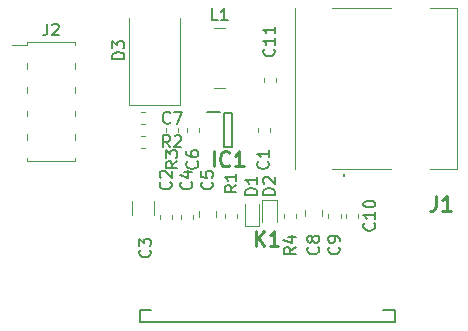
<source format=gbr>
%TF.GenerationSoftware,KiCad,Pcbnew,(5.1.6)-1*%
%TF.CreationDate,2020-12-26T20:27:22+01:00*%
%TF.ProjectId,ScreenBoard,53637265-656e-4426-9f61-72642e6b6963,rev?*%
%TF.SameCoordinates,Original*%
%TF.FileFunction,Legend,Top*%
%TF.FilePolarity,Positive*%
%FSLAX46Y46*%
G04 Gerber Fmt 4.6, Leading zero omitted, Abs format (unit mm)*
G04 Created by KiCad (PCBNEW (5.1.6)-1) date 2020-12-26 20:27:22*
%MOMM*%
%LPD*%
G01*
G04 APERTURE LIST*
%ADD10C,0.120000*%
%ADD11C,0.200000*%
%ADD12C,0.100000*%
%ADD13C,0.150000*%
%ADD14C,0.254000*%
G04 APERTURE END LIST*
D10*
%TO.C,J2*%
X101190000Y-53040000D02*
X105310000Y-53040000D01*
X101190000Y-63160000D02*
X105310000Y-63160000D01*
X99935000Y-53340000D02*
X101190000Y-53340000D01*
X101190000Y-53040000D02*
X101190000Y-53340000D01*
X105310000Y-53040000D02*
X105310000Y-53340000D01*
X101190000Y-62860000D02*
X101190000Y-63160000D01*
X105310000Y-62860000D02*
X105310000Y-63160000D01*
X101190000Y-54860000D02*
X101190000Y-55340000D01*
X105310000Y-54860000D02*
X105310000Y-55340000D01*
X101190000Y-56860000D02*
X101190000Y-57340000D01*
X105310000Y-56860000D02*
X105310000Y-57340000D01*
X101190000Y-58860000D02*
X101190000Y-59340000D01*
X105310000Y-58860000D02*
X105310000Y-59340000D01*
X101190000Y-60860000D02*
X101190000Y-61340000D01*
X105310000Y-60860000D02*
X105310000Y-61340000D01*
D11*
%TO.C,IC1*%
X117925000Y-59050000D02*
X118575000Y-59050000D01*
X118575000Y-59050000D02*
X118575000Y-61950000D01*
X118575000Y-61950000D02*
X117925000Y-61950000D01*
X117925000Y-61950000D02*
X117925000Y-59050000D01*
X116425000Y-59000000D02*
X117575000Y-59000000D01*
D10*
%TO.C,C7*%
X110828733Y-58990000D02*
X111171267Y-58990000D01*
X110828733Y-60010000D02*
X111171267Y-60010000D01*
D12*
%TO.C,J1*%
X123900000Y-50200000D02*
X123900000Y-63800000D01*
X123900000Y-63800000D02*
X123900000Y-63800000D01*
X123900000Y-63800000D02*
X123900000Y-50200000D01*
X123900000Y-50200000D02*
X123900000Y-50200000D01*
X127050000Y-63800000D02*
X127050000Y-63800000D01*
X127050000Y-63800000D02*
X132050000Y-63800000D01*
X132050000Y-63800000D02*
X132050000Y-63800000D01*
X132050000Y-63800000D02*
X127050000Y-63800000D01*
X135300000Y-63800000D02*
X135300000Y-63800000D01*
X135300000Y-63800000D02*
X137600000Y-63800000D01*
X137600000Y-63800000D02*
X137600000Y-63800000D01*
X137600000Y-63800000D02*
X135300000Y-63800000D01*
X137600000Y-63800000D02*
X137600000Y-50200000D01*
X137600000Y-50200000D02*
X137600000Y-50200000D01*
X137600000Y-50200000D02*
X137600000Y-63800000D01*
X137600000Y-63800000D02*
X137600000Y-63800000D01*
X137600000Y-50200000D02*
X137600000Y-50200000D01*
X137600000Y-50200000D02*
X135300000Y-50200000D01*
X135300000Y-50200000D02*
X135300000Y-50200000D01*
X135300000Y-50200000D02*
X137600000Y-50200000D01*
X132050000Y-50200000D02*
X132050000Y-50200000D01*
X132050000Y-50200000D02*
X127050000Y-50200000D01*
X127050000Y-50200000D02*
X127050000Y-50200000D01*
X127050000Y-50200000D02*
X132050000Y-50200000D01*
D11*
X128050000Y-64300000D02*
X128050000Y-64300000D01*
X128050000Y-64400000D02*
X128050000Y-64400000D01*
X128050000Y-64300000D02*
X128050000Y-64300000D01*
X128050000Y-64400000D02*
G75*
G02*
X128050000Y-64300000I0J50000D01*
G01*
X128050000Y-64300000D02*
G75*
G02*
X128050000Y-64400000I0J-50000D01*
G01*
X128050000Y-64400000D02*
G75*
G02*
X128050000Y-64300000I0J50000D01*
G01*
D10*
%TO.C,R4*%
X122990000Y-67578733D02*
X122990000Y-67921267D01*
X124010000Y-67578733D02*
X124010000Y-67921267D01*
%TO.C,R3*%
X114010000Y-60671267D02*
X114010000Y-60328733D01*
X112990000Y-60671267D02*
X112990000Y-60328733D01*
%TO.C,R2*%
X110828733Y-62010000D02*
X111171267Y-62010000D01*
X110828733Y-60990000D02*
X111171267Y-60990000D01*
%TO.C,R1*%
X119010000Y-67921267D02*
X119010000Y-67578733D01*
X117990000Y-67921267D02*
X117990000Y-67578733D01*
%TO.C,L1*%
X118015000Y-51890000D02*
X117015000Y-51890000D01*
X118015000Y-56910000D02*
X117015000Y-56910000D01*
%TO.C,D3*%
X109850000Y-58350000D02*
X109850000Y-51050000D01*
X114150000Y-58350000D02*
X114150000Y-51050000D01*
X109850000Y-58350000D02*
X114150000Y-58350000D01*
%TO.C,D2*%
X121150000Y-68250000D02*
X121150000Y-66400000D01*
X122350000Y-68250000D02*
X122350000Y-66400000D01*
X122350000Y-66400000D02*
X121150000Y-66400000D01*
%TO.C,D1*%
X120850000Y-66800000D02*
X120850000Y-68650000D01*
X119650000Y-66800000D02*
X119650000Y-68650000D01*
X119650000Y-68650000D02*
X120850000Y-68650000D01*
%TO.C,C11*%
X121240000Y-56078733D02*
X121240000Y-56421267D01*
X122260000Y-56078733D02*
X122260000Y-56421267D01*
%TO.C,C10*%
X129260000Y-67921267D02*
X129260000Y-67578733D01*
X128240000Y-67921267D02*
X128240000Y-67578733D01*
%TO.C,C9*%
X126740000Y-67578733D02*
X126740000Y-67921267D01*
X127760000Y-67578733D02*
X127760000Y-67921267D01*
%TO.C,C8*%
X126210000Y-67761252D02*
X126210000Y-67238748D01*
X124790000Y-67761252D02*
X124790000Y-67238748D01*
%TO.C,C6*%
X115760000Y-60671267D02*
X115760000Y-60328733D01*
X114740000Y-60671267D02*
X114740000Y-60328733D01*
D11*
%TO.C,K1*%
X111750000Y-75750000D02*
X110750000Y-75750000D01*
X110750000Y-75750000D02*
X110750000Y-76750000D01*
X110750000Y-76750000D02*
X132350000Y-76750000D01*
X132350000Y-76750000D02*
X132350000Y-75750000D01*
X132350000Y-75750000D02*
X131350000Y-75750000D01*
D10*
%TO.C,C5*%
X115790000Y-67886252D02*
X115790000Y-67363748D01*
X117210000Y-67886252D02*
X117210000Y-67363748D01*
%TO.C,C4*%
X114240000Y-68021267D02*
X114240000Y-67678733D01*
X115260000Y-68021267D02*
X115260000Y-67678733D01*
%TO.C,C3*%
X110140000Y-67689564D02*
X110140000Y-66485436D01*
X111960000Y-67689564D02*
X111960000Y-66485436D01*
%TO.C,C2*%
X113510000Y-67678733D02*
X113510000Y-68021267D01*
X112490000Y-67678733D02*
X112490000Y-68021267D01*
%TO.C,C1*%
X120740000Y-60671267D02*
X120740000Y-60328733D01*
X121760000Y-60671267D02*
X121760000Y-60328733D01*
%TO.C,J2*%
D13*
X102916666Y-51492380D02*
X102916666Y-52206666D01*
X102869047Y-52349523D01*
X102773809Y-52444761D01*
X102630952Y-52492380D01*
X102535714Y-52492380D01*
X103345238Y-51587619D02*
X103392857Y-51540000D01*
X103488095Y-51492380D01*
X103726190Y-51492380D01*
X103821428Y-51540000D01*
X103869047Y-51587619D01*
X103916666Y-51682857D01*
X103916666Y-51778095D01*
X103869047Y-51920952D01*
X103297619Y-52492380D01*
X103916666Y-52492380D01*
%TO.C,IC1*%
D14*
X117010238Y-63574523D02*
X117010238Y-62304523D01*
X118340714Y-63453571D02*
X118280238Y-63514047D01*
X118098809Y-63574523D01*
X117977857Y-63574523D01*
X117796428Y-63514047D01*
X117675476Y-63393095D01*
X117615000Y-63272142D01*
X117554523Y-63030238D01*
X117554523Y-62848809D01*
X117615000Y-62606904D01*
X117675476Y-62485952D01*
X117796428Y-62365000D01*
X117977857Y-62304523D01*
X118098809Y-62304523D01*
X118280238Y-62365000D01*
X118340714Y-62425476D01*
X119550238Y-63574523D02*
X118824523Y-63574523D01*
X119187380Y-63574523D02*
X119187380Y-62304523D01*
X119066428Y-62485952D01*
X118945476Y-62606904D01*
X118824523Y-62667380D01*
%TO.C,C7*%
D13*
X113333333Y-59857142D02*
X113285714Y-59904761D01*
X113142857Y-59952380D01*
X113047619Y-59952380D01*
X112904761Y-59904761D01*
X112809523Y-59809523D01*
X112761904Y-59714285D01*
X112714285Y-59523809D01*
X112714285Y-59380952D01*
X112761904Y-59190476D01*
X112809523Y-59095238D01*
X112904761Y-59000000D01*
X113047619Y-58952380D01*
X113142857Y-58952380D01*
X113285714Y-59000000D01*
X113333333Y-59047619D01*
X113666666Y-58952380D02*
X114333333Y-58952380D01*
X113904761Y-59952380D01*
%TO.C,J1*%
D14*
X135826666Y-66054523D02*
X135826666Y-66961666D01*
X135766190Y-67143095D01*
X135645238Y-67264047D01*
X135463809Y-67324523D01*
X135342857Y-67324523D01*
X137096666Y-67324523D02*
X136370952Y-67324523D01*
X136733809Y-67324523D02*
X136733809Y-66054523D01*
X136612857Y-66235952D01*
X136491904Y-66356904D01*
X136370952Y-66417380D01*
%TO.C,R4*%
D13*
X123952380Y-70416666D02*
X123476190Y-70750000D01*
X123952380Y-70988095D02*
X122952380Y-70988095D01*
X122952380Y-70607142D01*
X123000000Y-70511904D01*
X123047619Y-70464285D01*
X123142857Y-70416666D01*
X123285714Y-70416666D01*
X123380952Y-70464285D01*
X123428571Y-70511904D01*
X123476190Y-70607142D01*
X123476190Y-70988095D01*
X123285714Y-69559523D02*
X123952380Y-69559523D01*
X122904761Y-69797619D02*
X123619047Y-70035714D01*
X123619047Y-69416666D01*
%TO.C,R3*%
X113952380Y-63166666D02*
X113476190Y-63500000D01*
X113952380Y-63738095D02*
X112952380Y-63738095D01*
X112952380Y-63357142D01*
X113000000Y-63261904D01*
X113047619Y-63214285D01*
X113142857Y-63166666D01*
X113285714Y-63166666D01*
X113380952Y-63214285D01*
X113428571Y-63261904D01*
X113476190Y-63357142D01*
X113476190Y-63738095D01*
X112952380Y-62833333D02*
X112952380Y-62214285D01*
X113333333Y-62547619D01*
X113333333Y-62404761D01*
X113380952Y-62309523D01*
X113428571Y-62261904D01*
X113523809Y-62214285D01*
X113761904Y-62214285D01*
X113857142Y-62261904D01*
X113904761Y-62309523D01*
X113952380Y-62404761D01*
X113952380Y-62690476D01*
X113904761Y-62785714D01*
X113857142Y-62833333D01*
%TO.C,R2*%
X113333333Y-61952380D02*
X113000000Y-61476190D01*
X112761904Y-61952380D02*
X112761904Y-60952380D01*
X113142857Y-60952380D01*
X113238095Y-61000000D01*
X113285714Y-61047619D01*
X113333333Y-61142857D01*
X113333333Y-61285714D01*
X113285714Y-61380952D01*
X113238095Y-61428571D01*
X113142857Y-61476190D01*
X112761904Y-61476190D01*
X113714285Y-61047619D02*
X113761904Y-61000000D01*
X113857142Y-60952380D01*
X114095238Y-60952380D01*
X114190476Y-61000000D01*
X114238095Y-61047619D01*
X114285714Y-61142857D01*
X114285714Y-61238095D01*
X114238095Y-61380952D01*
X113666666Y-61952380D01*
X114285714Y-61952380D01*
%TO.C,R1*%
X118952380Y-65166666D02*
X118476190Y-65500000D01*
X118952380Y-65738095D02*
X117952380Y-65738095D01*
X117952380Y-65357142D01*
X118000000Y-65261904D01*
X118047619Y-65214285D01*
X118142857Y-65166666D01*
X118285714Y-65166666D01*
X118380952Y-65214285D01*
X118428571Y-65261904D01*
X118476190Y-65357142D01*
X118476190Y-65738095D01*
X118952380Y-64214285D02*
X118952380Y-64785714D01*
X118952380Y-64500000D02*
X117952380Y-64500000D01*
X118095238Y-64595238D01*
X118190476Y-64690476D01*
X118238095Y-64785714D01*
%TO.C,L1*%
X117348333Y-51202380D02*
X116872142Y-51202380D01*
X116872142Y-50202380D01*
X118205476Y-51202380D02*
X117634047Y-51202380D01*
X117919761Y-51202380D02*
X117919761Y-50202380D01*
X117824523Y-50345238D01*
X117729285Y-50440476D01*
X117634047Y-50488095D01*
%TO.C,D3*%
X109452380Y-54488095D02*
X108452380Y-54488095D01*
X108452380Y-54250000D01*
X108500000Y-54107142D01*
X108595238Y-54011904D01*
X108690476Y-53964285D01*
X108880952Y-53916666D01*
X109023809Y-53916666D01*
X109214285Y-53964285D01*
X109309523Y-54011904D01*
X109404761Y-54107142D01*
X109452380Y-54250000D01*
X109452380Y-54488095D01*
X108452380Y-53583333D02*
X108452380Y-52964285D01*
X108833333Y-53297619D01*
X108833333Y-53154761D01*
X108880952Y-53059523D01*
X108928571Y-53011904D01*
X109023809Y-52964285D01*
X109261904Y-52964285D01*
X109357142Y-53011904D01*
X109404761Y-53059523D01*
X109452380Y-53154761D01*
X109452380Y-53440476D01*
X109404761Y-53535714D01*
X109357142Y-53583333D01*
%TO.C,D2*%
X122202380Y-65988095D02*
X121202380Y-65988095D01*
X121202380Y-65750000D01*
X121250000Y-65607142D01*
X121345238Y-65511904D01*
X121440476Y-65464285D01*
X121630952Y-65416666D01*
X121773809Y-65416666D01*
X121964285Y-65464285D01*
X122059523Y-65511904D01*
X122154761Y-65607142D01*
X122202380Y-65750000D01*
X122202380Y-65988095D01*
X121297619Y-65035714D02*
X121250000Y-64988095D01*
X121202380Y-64892857D01*
X121202380Y-64654761D01*
X121250000Y-64559523D01*
X121297619Y-64511904D01*
X121392857Y-64464285D01*
X121488095Y-64464285D01*
X121630952Y-64511904D01*
X122202380Y-65083333D01*
X122202380Y-64464285D01*
%TO.C,D1*%
X120702380Y-65988095D02*
X119702380Y-65988095D01*
X119702380Y-65750000D01*
X119750000Y-65607142D01*
X119845238Y-65511904D01*
X119940476Y-65464285D01*
X120130952Y-65416666D01*
X120273809Y-65416666D01*
X120464285Y-65464285D01*
X120559523Y-65511904D01*
X120654761Y-65607142D01*
X120702380Y-65750000D01*
X120702380Y-65988095D01*
X120702380Y-64464285D02*
X120702380Y-65035714D01*
X120702380Y-64750000D02*
X119702380Y-64750000D01*
X119845238Y-64845238D01*
X119940476Y-64940476D01*
X119988095Y-65035714D01*
%TO.C,C11*%
X122107142Y-53642857D02*
X122154761Y-53690476D01*
X122202380Y-53833333D01*
X122202380Y-53928571D01*
X122154761Y-54071428D01*
X122059523Y-54166666D01*
X121964285Y-54214285D01*
X121773809Y-54261904D01*
X121630952Y-54261904D01*
X121440476Y-54214285D01*
X121345238Y-54166666D01*
X121250000Y-54071428D01*
X121202380Y-53928571D01*
X121202380Y-53833333D01*
X121250000Y-53690476D01*
X121297619Y-53642857D01*
X122202380Y-52690476D02*
X122202380Y-53261904D01*
X122202380Y-52976190D02*
X121202380Y-52976190D01*
X121345238Y-53071428D01*
X121440476Y-53166666D01*
X121488095Y-53261904D01*
X122202380Y-51738095D02*
X122202380Y-52309523D01*
X122202380Y-52023809D02*
X121202380Y-52023809D01*
X121345238Y-52119047D01*
X121440476Y-52214285D01*
X121488095Y-52309523D01*
%TO.C,C10*%
X130607142Y-68392857D02*
X130654761Y-68440476D01*
X130702380Y-68583333D01*
X130702380Y-68678571D01*
X130654761Y-68821428D01*
X130559523Y-68916666D01*
X130464285Y-68964285D01*
X130273809Y-69011904D01*
X130130952Y-69011904D01*
X129940476Y-68964285D01*
X129845238Y-68916666D01*
X129750000Y-68821428D01*
X129702380Y-68678571D01*
X129702380Y-68583333D01*
X129750000Y-68440476D01*
X129797619Y-68392857D01*
X130702380Y-67440476D02*
X130702380Y-68011904D01*
X130702380Y-67726190D02*
X129702380Y-67726190D01*
X129845238Y-67821428D01*
X129940476Y-67916666D01*
X129988095Y-68011904D01*
X129702380Y-66821428D02*
X129702380Y-66726190D01*
X129750000Y-66630952D01*
X129797619Y-66583333D01*
X129892857Y-66535714D01*
X130083333Y-66488095D01*
X130321428Y-66488095D01*
X130511904Y-66535714D01*
X130607142Y-66583333D01*
X130654761Y-66630952D01*
X130702380Y-66726190D01*
X130702380Y-66821428D01*
X130654761Y-66916666D01*
X130607142Y-66964285D01*
X130511904Y-67011904D01*
X130321428Y-67059523D01*
X130083333Y-67059523D01*
X129892857Y-67011904D01*
X129797619Y-66964285D01*
X129750000Y-66916666D01*
X129702380Y-66821428D01*
%TO.C,C9*%
X127607142Y-70416666D02*
X127654761Y-70464285D01*
X127702380Y-70607142D01*
X127702380Y-70702380D01*
X127654761Y-70845238D01*
X127559523Y-70940476D01*
X127464285Y-70988095D01*
X127273809Y-71035714D01*
X127130952Y-71035714D01*
X126940476Y-70988095D01*
X126845238Y-70940476D01*
X126750000Y-70845238D01*
X126702380Y-70702380D01*
X126702380Y-70607142D01*
X126750000Y-70464285D01*
X126797619Y-70416666D01*
X127702380Y-69940476D02*
X127702380Y-69750000D01*
X127654761Y-69654761D01*
X127607142Y-69607142D01*
X127464285Y-69511904D01*
X127273809Y-69464285D01*
X126892857Y-69464285D01*
X126797619Y-69511904D01*
X126750000Y-69559523D01*
X126702380Y-69654761D01*
X126702380Y-69845238D01*
X126750000Y-69940476D01*
X126797619Y-69988095D01*
X126892857Y-70035714D01*
X127130952Y-70035714D01*
X127226190Y-69988095D01*
X127273809Y-69940476D01*
X127321428Y-69845238D01*
X127321428Y-69654761D01*
X127273809Y-69559523D01*
X127226190Y-69511904D01*
X127130952Y-69464285D01*
%TO.C,C8*%
X125857142Y-70416666D02*
X125904761Y-70464285D01*
X125952380Y-70607142D01*
X125952380Y-70702380D01*
X125904761Y-70845238D01*
X125809523Y-70940476D01*
X125714285Y-70988095D01*
X125523809Y-71035714D01*
X125380952Y-71035714D01*
X125190476Y-70988095D01*
X125095238Y-70940476D01*
X125000000Y-70845238D01*
X124952380Y-70702380D01*
X124952380Y-70607142D01*
X125000000Y-70464285D01*
X125047619Y-70416666D01*
X125380952Y-69845238D02*
X125333333Y-69940476D01*
X125285714Y-69988095D01*
X125190476Y-70035714D01*
X125142857Y-70035714D01*
X125047619Y-69988095D01*
X125000000Y-69940476D01*
X124952380Y-69845238D01*
X124952380Y-69654761D01*
X125000000Y-69559523D01*
X125047619Y-69511904D01*
X125142857Y-69464285D01*
X125190476Y-69464285D01*
X125285714Y-69511904D01*
X125333333Y-69559523D01*
X125380952Y-69654761D01*
X125380952Y-69845238D01*
X125428571Y-69940476D01*
X125476190Y-69988095D01*
X125571428Y-70035714D01*
X125761904Y-70035714D01*
X125857142Y-69988095D01*
X125904761Y-69940476D01*
X125952380Y-69845238D01*
X125952380Y-69654761D01*
X125904761Y-69559523D01*
X125857142Y-69511904D01*
X125761904Y-69464285D01*
X125571428Y-69464285D01*
X125476190Y-69511904D01*
X125428571Y-69559523D01*
X125380952Y-69654761D01*
%TO.C,C6*%
X115607142Y-63166666D02*
X115654761Y-63214285D01*
X115702380Y-63357142D01*
X115702380Y-63452380D01*
X115654761Y-63595238D01*
X115559523Y-63690476D01*
X115464285Y-63738095D01*
X115273809Y-63785714D01*
X115130952Y-63785714D01*
X114940476Y-63738095D01*
X114845238Y-63690476D01*
X114750000Y-63595238D01*
X114702380Y-63452380D01*
X114702380Y-63357142D01*
X114750000Y-63214285D01*
X114797619Y-63166666D01*
X114702380Y-62309523D02*
X114702380Y-62500000D01*
X114750000Y-62595238D01*
X114797619Y-62642857D01*
X114940476Y-62738095D01*
X115130952Y-62785714D01*
X115511904Y-62785714D01*
X115607142Y-62738095D01*
X115654761Y-62690476D01*
X115702380Y-62595238D01*
X115702380Y-62404761D01*
X115654761Y-62309523D01*
X115607142Y-62261904D01*
X115511904Y-62214285D01*
X115273809Y-62214285D01*
X115178571Y-62261904D01*
X115130952Y-62309523D01*
X115083333Y-62404761D01*
X115083333Y-62595238D01*
X115130952Y-62690476D01*
X115178571Y-62738095D01*
X115273809Y-62785714D01*
%TO.C,K1*%
D14*
X120562619Y-70324523D02*
X120562619Y-69054523D01*
X121288333Y-70324523D02*
X120744047Y-69598809D01*
X121288333Y-69054523D02*
X120562619Y-69780238D01*
X122497857Y-70324523D02*
X121772142Y-70324523D01*
X122135000Y-70324523D02*
X122135000Y-69054523D01*
X122014047Y-69235952D01*
X121893095Y-69356904D01*
X121772142Y-69417380D01*
%TO.C,C5*%
D13*
X116857142Y-64916666D02*
X116904761Y-64964285D01*
X116952380Y-65107142D01*
X116952380Y-65202380D01*
X116904761Y-65345238D01*
X116809523Y-65440476D01*
X116714285Y-65488095D01*
X116523809Y-65535714D01*
X116380952Y-65535714D01*
X116190476Y-65488095D01*
X116095238Y-65440476D01*
X116000000Y-65345238D01*
X115952380Y-65202380D01*
X115952380Y-65107142D01*
X116000000Y-64964285D01*
X116047619Y-64916666D01*
X115952380Y-64011904D02*
X115952380Y-64488095D01*
X116428571Y-64535714D01*
X116380952Y-64488095D01*
X116333333Y-64392857D01*
X116333333Y-64154761D01*
X116380952Y-64059523D01*
X116428571Y-64011904D01*
X116523809Y-63964285D01*
X116761904Y-63964285D01*
X116857142Y-64011904D01*
X116904761Y-64059523D01*
X116952380Y-64154761D01*
X116952380Y-64392857D01*
X116904761Y-64488095D01*
X116857142Y-64535714D01*
%TO.C,C4*%
X115107142Y-64916666D02*
X115154761Y-64964285D01*
X115202380Y-65107142D01*
X115202380Y-65202380D01*
X115154761Y-65345238D01*
X115059523Y-65440476D01*
X114964285Y-65488095D01*
X114773809Y-65535714D01*
X114630952Y-65535714D01*
X114440476Y-65488095D01*
X114345238Y-65440476D01*
X114250000Y-65345238D01*
X114202380Y-65202380D01*
X114202380Y-65107142D01*
X114250000Y-64964285D01*
X114297619Y-64916666D01*
X114535714Y-64059523D02*
X115202380Y-64059523D01*
X114154761Y-64297619D02*
X114869047Y-64535714D01*
X114869047Y-63916666D01*
%TO.C,C3*%
X111607142Y-70666666D02*
X111654761Y-70714285D01*
X111702380Y-70857142D01*
X111702380Y-70952380D01*
X111654761Y-71095238D01*
X111559523Y-71190476D01*
X111464285Y-71238095D01*
X111273809Y-71285714D01*
X111130952Y-71285714D01*
X110940476Y-71238095D01*
X110845238Y-71190476D01*
X110750000Y-71095238D01*
X110702380Y-70952380D01*
X110702380Y-70857142D01*
X110750000Y-70714285D01*
X110797619Y-70666666D01*
X110702380Y-70333333D02*
X110702380Y-69714285D01*
X111083333Y-70047619D01*
X111083333Y-69904761D01*
X111130952Y-69809523D01*
X111178571Y-69761904D01*
X111273809Y-69714285D01*
X111511904Y-69714285D01*
X111607142Y-69761904D01*
X111654761Y-69809523D01*
X111702380Y-69904761D01*
X111702380Y-70190476D01*
X111654761Y-70285714D01*
X111607142Y-70333333D01*
%TO.C,C2*%
X113357142Y-64916666D02*
X113404761Y-64964285D01*
X113452380Y-65107142D01*
X113452380Y-65202380D01*
X113404761Y-65345238D01*
X113309523Y-65440476D01*
X113214285Y-65488095D01*
X113023809Y-65535714D01*
X112880952Y-65535714D01*
X112690476Y-65488095D01*
X112595238Y-65440476D01*
X112500000Y-65345238D01*
X112452380Y-65202380D01*
X112452380Y-65107142D01*
X112500000Y-64964285D01*
X112547619Y-64916666D01*
X112547619Y-64535714D02*
X112500000Y-64488095D01*
X112452380Y-64392857D01*
X112452380Y-64154761D01*
X112500000Y-64059523D01*
X112547619Y-64011904D01*
X112642857Y-63964285D01*
X112738095Y-63964285D01*
X112880952Y-64011904D01*
X113452380Y-64583333D01*
X113452380Y-63964285D01*
%TO.C,C1*%
X121607142Y-63166666D02*
X121654761Y-63214285D01*
X121702380Y-63357142D01*
X121702380Y-63452380D01*
X121654761Y-63595238D01*
X121559523Y-63690476D01*
X121464285Y-63738095D01*
X121273809Y-63785714D01*
X121130952Y-63785714D01*
X120940476Y-63738095D01*
X120845238Y-63690476D01*
X120750000Y-63595238D01*
X120702380Y-63452380D01*
X120702380Y-63357142D01*
X120750000Y-63214285D01*
X120797619Y-63166666D01*
X121702380Y-62214285D02*
X121702380Y-62785714D01*
X121702380Y-62500000D02*
X120702380Y-62500000D01*
X120845238Y-62595238D01*
X120940476Y-62690476D01*
X120988095Y-62785714D01*
%TD*%
M02*

</source>
